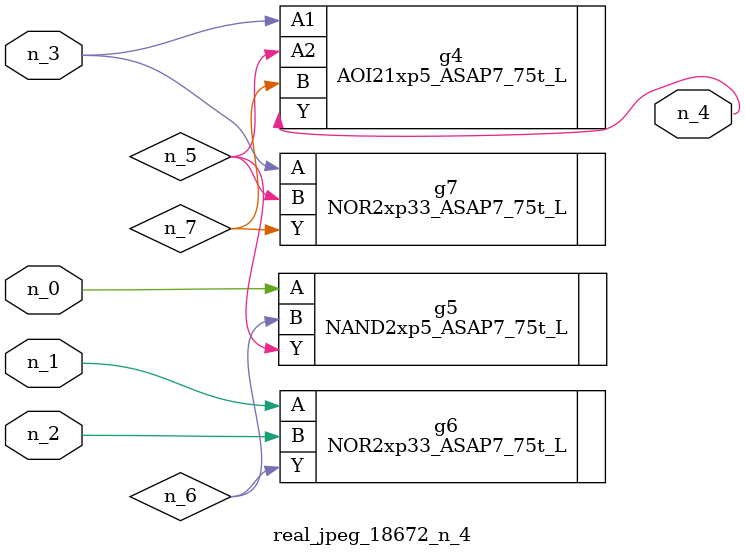
<source format=v>
module real_jpeg_18672_n_4 (n_3, n_1, n_0, n_2, n_4);

input n_3;
input n_1;
input n_0;
input n_2;

output n_4;

wire n_5;
wire n_6;
wire n_7;

NAND2xp5_ASAP7_75t_L g5 ( 
.A(n_0),
.B(n_6),
.Y(n_5)
);

NOR2xp33_ASAP7_75t_L g6 ( 
.A(n_1),
.B(n_2),
.Y(n_6)
);

AOI21xp5_ASAP7_75t_L g4 ( 
.A1(n_3),
.A2(n_5),
.B(n_7),
.Y(n_4)
);

NOR2xp33_ASAP7_75t_L g7 ( 
.A(n_3),
.B(n_5),
.Y(n_7)
);


endmodule
</source>
